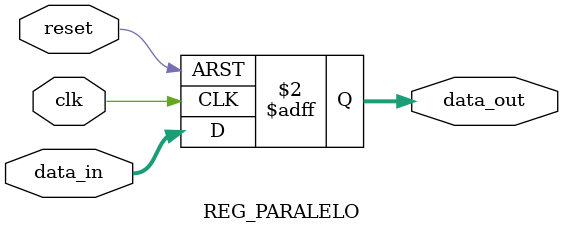
<source format=sv>
parameter NBITS_DATA = 4;
module REG_PARALELO (
    input logic clk, reset,
    input logic [NBITS_DATA-1:0] data_in,
    output logic [NBITS_DATA-1:0] data_out);

    always_ff @(posedge reset or posedge clk) begin
        if(reset)
            data_out <= 0;
        else
            data_out <= data_in;
    end
    
endmodule




</source>
